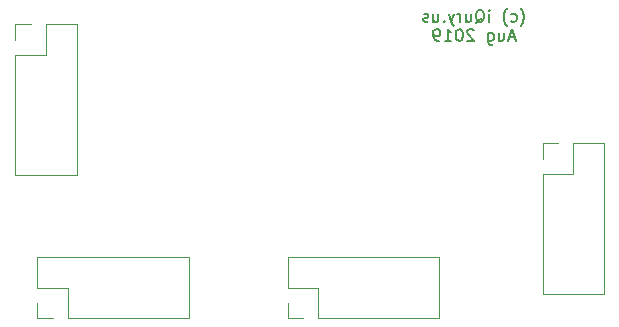
<source format=gbo>
G04 #@! TF.GenerationSoftware,KiCad,Pcbnew,5.99.0-unknown-79d062a~86~ubuntu19.04.1*
G04 #@! TF.CreationDate,2019-08-31T10:25:11-07:00*
G04 #@! TF.ProjectId,IOBoard,494f426f-6172-4642-9e6b-696361645f70,rev?*
G04 #@! TF.SameCoordinates,Original*
G04 #@! TF.FileFunction,Legend,Bot*
G04 #@! TF.FilePolarity,Positive*
%FSLAX46Y46*%
G04 Gerber Fmt 4.6, Leading zero omitted, Abs format (unit mm)*
G04 Created by KiCad (PCBNEW 5.99.0-unknown-79d062a~86~ubuntu19.04.1) date 2019-08-31 10:25:11*
%MOMM*%
%LPD*%
G04 APERTURE LIST*
%ADD10C,0.150000*%
%ADD11C,0.120000*%
%ADD12O,1.829200X1.829200*%
%ADD13R,1.829200X1.829200*%
%ADD14O,1.802000X1.802000*%
%ADD15R,1.802000X1.802000*%
G04 APERTURE END LIST*
D10*
X105952380Y-88028333D02*
X106000000Y-87980714D01*
X106095238Y-87837857D01*
X106142857Y-87742619D01*
X106190476Y-87599761D01*
X106238095Y-87361666D01*
X106238095Y-87171190D01*
X106190476Y-86933095D01*
X106142857Y-86790238D01*
X106095238Y-86695000D01*
X106000000Y-86552142D01*
X105952380Y-86504523D01*
X105142857Y-87599761D02*
X105238095Y-87647380D01*
X105428571Y-87647380D01*
X105523809Y-87599761D01*
X105571428Y-87552142D01*
X105619047Y-87456904D01*
X105619047Y-87171190D01*
X105571428Y-87075952D01*
X105523809Y-87028333D01*
X105428571Y-86980714D01*
X105238095Y-86980714D01*
X105142857Y-87028333D01*
X104809523Y-88028333D02*
X104761904Y-87980714D01*
X104666666Y-87837857D01*
X104619047Y-87742619D01*
X104571428Y-87599761D01*
X104523809Y-87361666D01*
X104523809Y-87171190D01*
X104571428Y-86933095D01*
X104619047Y-86790238D01*
X104666666Y-86695000D01*
X104761904Y-86552142D01*
X104809523Y-86504523D01*
X103285714Y-87647380D02*
X103285714Y-86980714D01*
X103285714Y-86647380D02*
X103333333Y-86695000D01*
X103285714Y-86742619D01*
X103238095Y-86695000D01*
X103285714Y-86647380D01*
X103285714Y-86742619D01*
X102142857Y-87742619D02*
X102238095Y-87695000D01*
X102333333Y-87599761D01*
X102476190Y-87456904D01*
X102571428Y-87409285D01*
X102666666Y-87409285D01*
X102619047Y-87647380D02*
X102714285Y-87599761D01*
X102809523Y-87504523D01*
X102857142Y-87314047D01*
X102857142Y-86980714D01*
X102809523Y-86790238D01*
X102714285Y-86695000D01*
X102619047Y-86647380D01*
X102428571Y-86647380D01*
X102333333Y-86695000D01*
X102238095Y-86790238D01*
X102190476Y-86980714D01*
X102190476Y-87314047D01*
X102238095Y-87504523D01*
X102333333Y-87599761D01*
X102428571Y-87647380D01*
X102619047Y-87647380D01*
X101333333Y-86980714D02*
X101333333Y-87647380D01*
X101761904Y-86980714D02*
X101761904Y-87504523D01*
X101714285Y-87599761D01*
X101619047Y-87647380D01*
X101476190Y-87647380D01*
X101380952Y-87599761D01*
X101333333Y-87552142D01*
X100857142Y-87647380D02*
X100857142Y-86980714D01*
X100857142Y-87171190D02*
X100809523Y-87075952D01*
X100761904Y-87028333D01*
X100666666Y-86980714D01*
X100571428Y-86980714D01*
X100333333Y-86980714D02*
X100095238Y-87647380D01*
X99857142Y-86980714D02*
X100095238Y-87647380D01*
X100190476Y-87885476D01*
X100238095Y-87933095D01*
X100333333Y-87980714D01*
X99476190Y-87552142D02*
X99428571Y-87599761D01*
X99476190Y-87647380D01*
X99523809Y-87599761D01*
X99476190Y-87552142D01*
X99476190Y-87647380D01*
X98571428Y-86980714D02*
X98571428Y-87647380D01*
X99000000Y-86980714D02*
X99000000Y-87504523D01*
X98952380Y-87599761D01*
X98857142Y-87647380D01*
X98714285Y-87647380D01*
X98619047Y-87599761D01*
X98571428Y-87552142D01*
X98142857Y-87599761D02*
X98047619Y-87647380D01*
X97857142Y-87647380D01*
X97761904Y-87599761D01*
X97714285Y-87504523D01*
X97714285Y-87456904D01*
X97761904Y-87361666D01*
X97857142Y-87314047D01*
X98000000Y-87314047D01*
X98095238Y-87266428D01*
X98142857Y-87171190D01*
X98142857Y-87123571D01*
X98095238Y-87028333D01*
X98000000Y-86980714D01*
X97857142Y-86980714D01*
X97761904Y-87028333D01*
X105428571Y-88971666D02*
X104952380Y-88971666D01*
X105523809Y-89257380D02*
X105190476Y-88257380D01*
X104857142Y-89257380D01*
X104095238Y-88590714D02*
X104095238Y-89257380D01*
X104523809Y-88590714D02*
X104523809Y-89114523D01*
X104476190Y-89209761D01*
X104380952Y-89257380D01*
X104238095Y-89257380D01*
X104142857Y-89209761D01*
X104095238Y-89162142D01*
X103190476Y-88590714D02*
X103190476Y-89400238D01*
X103238095Y-89495476D01*
X103285714Y-89543095D01*
X103380952Y-89590714D01*
X103523809Y-89590714D01*
X103619047Y-89543095D01*
X103190476Y-89209761D02*
X103285714Y-89257380D01*
X103476190Y-89257380D01*
X103571428Y-89209761D01*
X103619047Y-89162142D01*
X103666666Y-89066904D01*
X103666666Y-88781190D01*
X103619047Y-88685952D01*
X103571428Y-88638333D01*
X103476190Y-88590714D01*
X103285714Y-88590714D01*
X103190476Y-88638333D01*
X102000000Y-88352619D02*
X101952380Y-88305000D01*
X101857142Y-88257380D01*
X101619047Y-88257380D01*
X101523809Y-88305000D01*
X101476190Y-88352619D01*
X101428571Y-88447857D01*
X101428571Y-88543095D01*
X101476190Y-88685952D01*
X102047619Y-89257380D01*
X101428571Y-89257380D01*
X100809523Y-88257380D02*
X100714285Y-88257380D01*
X100619047Y-88305000D01*
X100571428Y-88352619D01*
X100523809Y-88447857D01*
X100476190Y-88638333D01*
X100476190Y-88876428D01*
X100523809Y-89066904D01*
X100571428Y-89162142D01*
X100619047Y-89209761D01*
X100714285Y-89257380D01*
X100809523Y-89257380D01*
X100904761Y-89209761D01*
X100952380Y-89162142D01*
X101000000Y-89066904D01*
X101047619Y-88876428D01*
X101047619Y-88638333D01*
X101000000Y-88447857D01*
X100952380Y-88352619D01*
X100904761Y-88305000D01*
X100809523Y-88257380D01*
X99523809Y-89257380D02*
X100095238Y-89257380D01*
X99809523Y-89257380D02*
X99809523Y-88257380D01*
X99904761Y-88400238D01*
X100000000Y-88495476D01*
X100095238Y-88543095D01*
X99047619Y-89257380D02*
X98857142Y-89257380D01*
X98761904Y-89209761D01*
X98714285Y-89162142D01*
X98619047Y-89019285D01*
X98571428Y-88828809D01*
X98571428Y-88447857D01*
X98619047Y-88352619D01*
X98666666Y-88305000D01*
X98761904Y-88257380D01*
X98952380Y-88257380D01*
X99047619Y-88305000D01*
X99095238Y-88352619D01*
X99142857Y-88447857D01*
X99142857Y-88685952D01*
X99095238Y-88781190D01*
X99047619Y-88828809D01*
X98952380Y-88876428D01*
X98761904Y-88876428D01*
X98666666Y-88828809D01*
X98619047Y-88781190D01*
X98571428Y-88685952D01*
D11*
X68386000Y-87824000D02*
X65786000Y-87824000D01*
X68386000Y-87824000D02*
X68386000Y-100644000D01*
X68386000Y-100644000D02*
X63186000Y-100644000D01*
X63186000Y-90424000D02*
X63186000Y-100644000D01*
X65786000Y-90424000D02*
X63186000Y-90424000D01*
X65786000Y-87824000D02*
X65786000Y-90424000D01*
X63186000Y-87824000D02*
X63186000Y-89154000D01*
X64516000Y-87824000D02*
X63186000Y-87824000D01*
X65027500Y-107572000D02*
X65027500Y-110172000D01*
X65027500Y-107572000D02*
X77847500Y-107572000D01*
X77847500Y-107572000D02*
X77847500Y-112772000D01*
X67627500Y-112772000D02*
X77847500Y-112772000D01*
X67627500Y-110172000D02*
X67627500Y-112772000D01*
X65027500Y-110172000D02*
X67627500Y-110172000D01*
X65027500Y-112772000D02*
X66357500Y-112772000D01*
X65027500Y-111442000D02*
X65027500Y-112772000D01*
X113026000Y-97920500D02*
X110426000Y-97920500D01*
X113026000Y-97920500D02*
X113026000Y-110740500D01*
X113026000Y-110740500D02*
X107826000Y-110740500D01*
X107826000Y-100520500D02*
X107826000Y-110740500D01*
X110426000Y-100520500D02*
X107826000Y-100520500D01*
X110426000Y-97920500D02*
X110426000Y-100520500D01*
X107826000Y-97920500D02*
X107826000Y-99250500D01*
X109156000Y-97920500D02*
X107826000Y-97920500D01*
X86236500Y-107572000D02*
X86236500Y-110172000D01*
X86236500Y-107572000D02*
X99056500Y-107572000D01*
X99056500Y-107572000D02*
X99056500Y-112772000D01*
X88836500Y-112772000D02*
X99056500Y-112772000D01*
X88836500Y-110172000D02*
X88836500Y-112772000D01*
X86236500Y-110172000D02*
X88836500Y-110172000D01*
X86236500Y-112772000D02*
X87566500Y-112772000D01*
X86236500Y-111442000D02*
X86236500Y-112772000D01*
%LPC*%
D12*
X88925400Y-87858600D03*
X88925400Y-90398600D03*
X86385400Y-87858600D03*
X86385400Y-90398600D03*
X83845400Y-87858600D03*
X83845400Y-90398600D03*
X81305400Y-87858600D03*
X81305400Y-90398600D03*
X78765400Y-87858600D03*
D13*
X78765400Y-90398600D03*
D12*
X89001600Y-98984000D03*
X89001600Y-101524000D03*
X86461600Y-98984000D03*
X86461600Y-101524000D03*
X83921600Y-98984000D03*
X83921600Y-101524000D03*
X81381600Y-98984000D03*
X81381600Y-101524000D03*
X78841600Y-98984000D03*
D13*
X78841600Y-101524000D03*
D14*
X98781000Y-97231200D03*
X101321000Y-97231200D03*
D15*
X103861000Y-97231200D03*
D14*
X98781000Y-104597000D03*
X101321000Y-104597000D03*
D15*
X103861000Y-104597000D03*
D14*
X98781000Y-100914000D03*
X101321000Y-100914000D03*
D15*
X103861000Y-100914000D03*
D14*
X67056000Y-99314000D03*
X64516000Y-99314000D03*
X67056000Y-96774000D03*
X64516000Y-96774000D03*
X67056000Y-94234000D03*
X64516000Y-94234000D03*
X67056000Y-91694000D03*
X64516000Y-91694000D03*
X67056000Y-89154000D03*
D15*
X64516000Y-89154000D03*
D14*
X76517500Y-108902000D03*
X76517500Y-111442000D03*
X73977500Y-108902000D03*
X73977500Y-111442000D03*
X71437500Y-108902000D03*
X71437500Y-111442000D03*
X68897500Y-108902000D03*
X68897500Y-111442000D03*
X66357500Y-108902000D03*
D15*
X66357500Y-111442000D03*
D14*
X111696000Y-109410500D03*
X109156000Y-109410500D03*
X111696000Y-106870500D03*
X109156000Y-106870500D03*
X111696000Y-104330500D03*
X109156000Y-104330500D03*
X111696000Y-101790500D03*
X109156000Y-101790500D03*
X111696000Y-99250500D03*
D15*
X109156000Y-99250500D03*
D14*
X97726500Y-108902000D03*
X97726500Y-111442000D03*
X95186500Y-108902000D03*
X95186500Y-111442000D03*
X92646500Y-108902000D03*
X92646500Y-111442000D03*
X90106500Y-108902000D03*
X90106500Y-111442000D03*
X87566500Y-108902000D03*
D15*
X87566500Y-111442000D03*
M02*

</source>
